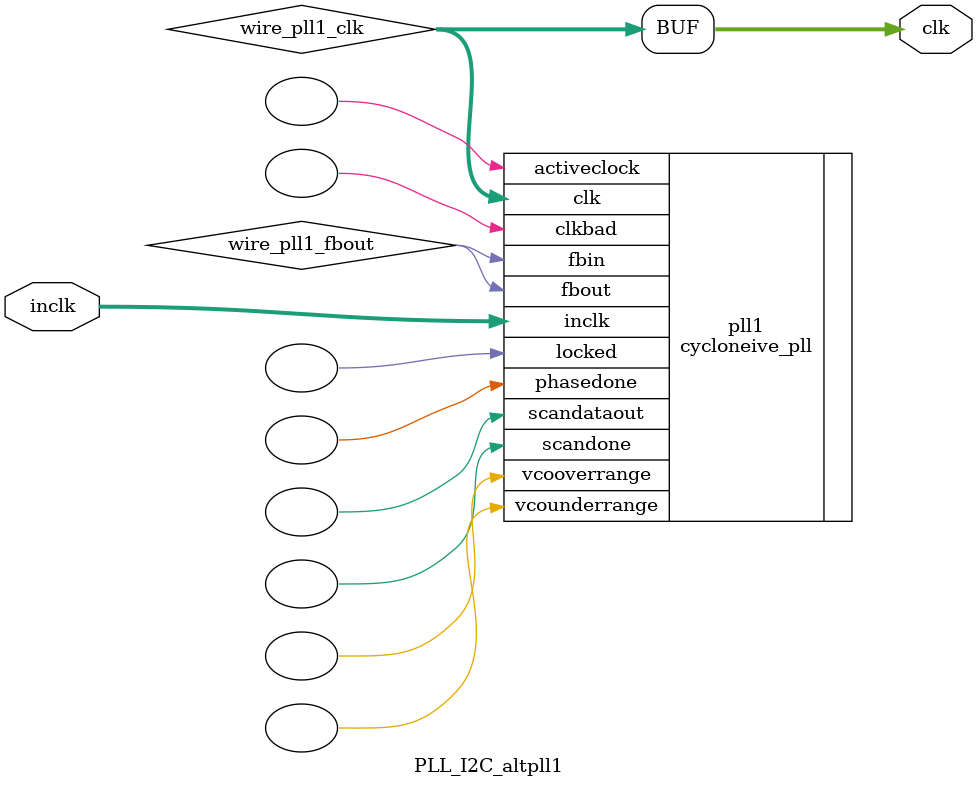
<source format=v>






//synthesis_resources = cycloneive_pll 1 
//synopsys translate_off
`timescale 1 ps / 1 ps
//synopsys translate_on
module  PLL_I2C_altpll1
	( 
	clk,
	inclk) /* synthesis synthesis_clearbox=1 */;
	output   [4:0]  clk;
	input   [1:0]  inclk;
`ifndef ALTERA_RESERVED_QIS
// synopsys translate_off
`endif
	tri0   [1:0]  inclk;
`ifndef ALTERA_RESERVED_QIS
// synopsys translate_on
`endif

	wire  [4:0]   wire_pll1_clk;
	wire  wire_pll1_fbout;

	cycloneive_pll   pll1
	( 
	.activeclock(),
	.clk(wire_pll1_clk),
	.clkbad(),
	.fbin(wire_pll1_fbout),
	.fbout(wire_pll1_fbout),
	.inclk(inclk),
	.locked(),
	.phasedone(),
	.scandataout(),
	.scandone(),
	.vcooverrange(),
	.vcounderrange()
	`ifndef FORMAL_VERIFICATION
	// synopsys translate_off
	`endif
	,
	.areset(1'b0),
	.clkswitch(1'b0),
	.configupdate(1'b0),
	.pfdena(1'b1),
	.phasecounterselect({3{1'b0}}),
	.phasestep(1'b0),
	.phaseupdown(1'b0),
	.scanclk(1'b0),
	.scanclkena(1'b1),
	.scandata(1'b0)
	`ifndef FORMAL_VERIFICATION
	// synopsys translate_on
	`endif
	);
	defparam
		pll1.bandwidth_type = "auto",
		pll1.clk0_divide_by = 3125,
		pll1.clk0_duty_cycle = 50,
		pll1.clk0_multiply_by = 16,
		pll1.clk0_phase_shift = "0",
		pll1.clk1_divide_by = 3125,
		pll1.clk1_duty_cycle = 50,
		pll1.clk1_multiply_by = 1,
		pll1.clk1_phase_shift = "0",
		pll1.compensate_clock = "clk0",
		pll1.inclk0_input_frequency = 20000,
		pll1.operation_mode = "normal",
		pll1.pll_type = "auto",
		pll1.lpm_type = "cycloneive_pll";
	assign
		clk = {wire_pll1_clk[4:0]};
endmodule //PLL_I2C_altpll1
//VALID FILE

</source>
